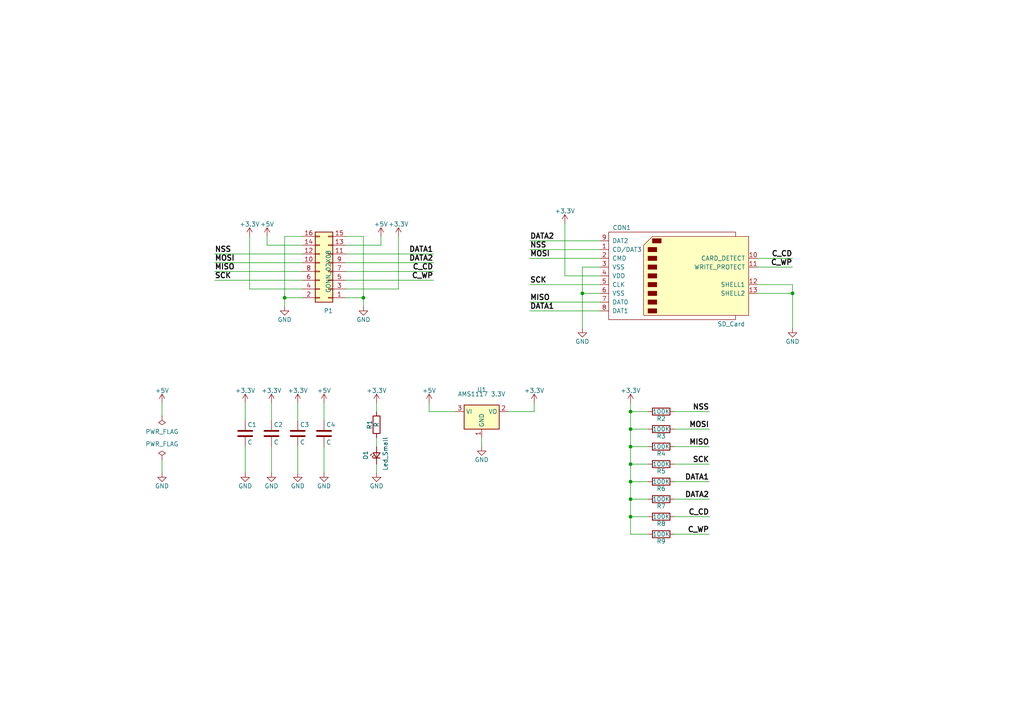
<source format=kicad_sch>
(kicad_sch (version 20230121) (generator eeschema)
  (paper "A4")
  (title_block (title "SD card breakout board") (comment 1 "Reverse-engineered from the board I bought") (comment 2 "Labelled 'FANTIN' on the silkscreen"))
  (lib_symbols
    (symbol "Connector:SD_Card" (pin_names (offset 1.016))
      (property "Reference" "J" (at -16.51 13.97 0))
      (property "Value" "SD_Card" (at 15.24 -13.97 0))
      (symbol "SD_Card_0_1"
        (rectangle (start -8.89 -9.525) (end -6.35 -10.795) (fill (type outline)))
        (rectangle (start -8.89 -6.985) (end -6.35 -8.255) (fill (type outline)))
        (rectangle (start -8.89 -4.445) (end -6.35 -5.715) (fill (type outline)))
        (rectangle (start -8.89 -1.905) (end -6.35 -3.175) (fill (type outline)))
        (rectangle (start -8.89 0.635) (end -6.35 -0.635) (fill (type outline)))
        (rectangle (start -8.89 3.175) (end -6.35 1.905) (fill (type outline)))
        (rectangle (start -8.89 5.715) (end -6.35 4.445) (fill (type outline)))
        (rectangle (start -8.89 8.255) (end -6.35 6.985) (fill (type outline)))
        (rectangle (start -7.62 10.795) (end -5.08 9.525) (fill (type outline)))
        (polyline (pts (xy -10.16 8.89) (xy -7.62 11.43) (xy 20.32 11.43) (xy 20.32 -11.43) (xy -10.16 -11.43) (xy -10.16 8.89)) (fill (type background)))
        (polyline (pts (xy 16.51 11.43) (xy 16.51 12.7) (xy -20.32 12.7) (xy -20.32 -12.7) (xy 16.51 -12.7) (xy 16.51 -11.43)))
      )
      (symbol "SD_Card_1_1"
        (pin input line (at -22.86 7.62 0) (length 2.54) (name "CD/DAT3") (number "1"))
        (pin input line (at 22.86 5.08 180) (length 2.54) (name "CARD_DETECT") (number "10"))
        (pin input line (at 22.86 2.54 180) (length 2.54) (name "WRITE_PROTECT") (number "11"))
        (pin input line (at 22.86 -2.54 180) (length 2.54) (name "SHELL1") (number "12"))
        (pin input line (at 22.86 -5.08 180) (length 2.54) (name "SHELL2") (number "13"))
        (pin input line (at -22.86 5.08 0) (length 2.54) (name "CMD") (number "2"))
        (pin power_in line (at -22.86 2.54 0) (length 2.54) (name "VSS") (number "3"))
        (pin power_in line (at -22.86 0 0) (length 2.54) (name "VDD") (number "4"))
        (pin input line (at -22.86 -2.54 0) (length 2.54) (name "CLK") (number "5"))
        (pin power_in line (at -22.86 -5.08 0) (length 2.54) (name "VSS") (number "6"))
        (pin input line (at -22.86 -7.62 0) (length 2.54) (name "DAT0") (number "7"))
        (pin input line (at -22.86 -10.16 0) (length 2.54) (name "DAT1") (number "8"))
        (pin input line (at -22.86 10.16 0) (length 2.54) (name "DAT2") (number "9"))
      )
    )
    (symbol "Connector_Generic:Conn_02x08_Odd_Even" (pin_names (offset 1.016) hide)
      (property "Reference" "J" (at 1.27 10.16 0))
      (property "Value" "Conn_02x08_Odd_Even" (at 1.27 -12.7 0))
      (symbol "Conn_02x08_Odd_Even_1_1"
        (rectangle (start -1.27 -10.033) (end 0 -10.287) (stroke (width 0.1524)))
        (rectangle (start -1.27 -7.493) (end 0 -7.747) (stroke (width 0.1524)))
        (rectangle (start -1.27 -4.953) (end 0 -5.207) (stroke (width 0.1524)))
        (rectangle (start -1.27 -2.413) (end 0 -2.667) (stroke (width 0.1524)))
        (rectangle (start -1.27 0.127) (end 0 -0.127) (stroke (width 0.1524)))
        (rectangle (start -1.27 2.667) (end 0 2.413) (stroke (width 0.1524)))
        (rectangle (start -1.27 5.207) (end 0 4.953) (stroke (width 0.1524)))
        (rectangle (start -1.27 7.747) (end 0 7.493) (stroke (width 0.1524)))
        (rectangle (start -1.27 8.89) (end 3.81 -11.43) (stroke (width 0.254)) (fill (type background)))
        (rectangle (start 3.81 -10.033) (end 2.54 -10.287) (stroke (width 0.1524)))
        (rectangle (start 3.81 -7.493) (end 2.54 -7.747) (stroke (width 0.1524)))
        (rectangle (start 3.81 -4.953) (end 2.54 -5.207) (stroke (width 0.1524)))
        (rectangle (start 3.81 -2.413) (end 2.54 -2.667) (stroke (width 0.1524)))
        (rectangle (start 3.81 0.127) (end 2.54 -0.127) (stroke (width 0.1524)))
        (rectangle (start 3.81 2.667) (end 2.54 2.413) (stroke (width 0.1524)))
        (rectangle (start 3.81 5.207) (end 2.54 4.953) (stroke (width 0.1524)))
        (rectangle (start 3.81 7.747) (end 2.54 7.493) (stroke (width 0.1524)))
        (pin passive line (at -5.08 7.62 0) (length 3.81) (name "Pin_1") (number "1"))
        (pin passive line (at 7.62 -2.54 180) (length 3.81) (name "Pin_10") (number "10"))
        (pin passive line (at -5.08 -5.08 0) (length 3.81) (name "Pin_11") (number "11"))
        (pin passive line (at 7.62 -5.08 180) (length 3.81) (name "Pin_12") (number "12"))
        (pin passive line (at -5.08 -7.62 0) (length 3.81) (name "Pin_13") (number "13"))
        (pin passive line (at 7.62 -7.62 180) (length 3.81) (name "Pin_14") (number "14"))
        (pin passive line (at -5.08 -10.16 0) (length 3.81) (name "Pin_15") (number "15"))
        (pin passive line (at 7.62 -10.16 180) (length 3.81) (name "Pin_16") (number "16"))
        (pin passive line (at 7.62 7.62 180) (length 3.81) (name "Pin_2") (number "2"))
        (pin passive line (at -5.08 5.08 0) (length 3.81) (name "Pin_3") (number "3"))
        (pin passive line (at 7.62 5.08 180) (length 3.81) (name "Pin_4") (number "4"))
        (pin passive line (at -5.08 2.54 0) (length 3.81) (name "Pin_5") (number "5"))
        (pin passive line (at 7.62 2.54 180) (length 3.81) (name "Pin_6") (number "6"))
        (pin passive line (at -5.08 0 0) (length 3.81) (name "Pin_7") (number "7"))
        (pin passive line (at 7.62 0 180) (length 3.81) (name "Pin_8") (number "8"))
        (pin passive line (at -5.08 -2.54 0) (length 3.81) (name "Pin_9") (number "9"))
      )
    )
    (symbol "Device:C" (pin_numbers hide) (pin_names (offset 0.254))
      (property "Reference" "C" (at 0.635 2.54 0))
      (property "Value" "C" (at 0.635 -2.54 0))
      (symbol "C_0_1"
        (polyline (pts (xy -2.032 -0.762) (xy 2.032 -0.762)) (stroke (width 0.508)))
        (polyline (pts (xy -2.032 0.762) (xy 2.032 0.762)) (stroke (width 0.508)))
      )
      (symbol "C_1_1"
        (pin passive line (at 0 3.81 270) (length 2.794) (name "~") (number "1"))
        (pin passive line (at 0 -3.81 90) (length 2.794) (name "~") (number "2"))
      )
    )
    (symbol "Device:LED_Small" (pin_numbers hide) (pin_names (offset 0.254) hide)
      (property "Reference" "D" (at -1.27 3.175 0))
      (property "Value" "LED_Small" (at -4.445 -2.54 0))
      (symbol "LED_Small_0_1"
        (polyline (pts (xy -0.762 -1.016) (xy -0.762 1.016)) (stroke (width 0.254)))
        (polyline (pts (xy 1.016 0) (xy -0.762 0)))
        (polyline (pts (xy 0.762 -1.016) (xy -0.762 0) (xy 0.762 1.016) (xy 0.762 -1.016)) (stroke (width 0.254)))
        (polyline (pts (xy 0 0.762) (xy -0.508 1.27) (xy -0.254 1.27) (xy -0.508 1.27) (xy -0.508 1.016)))
        (polyline (pts (xy 0.508 1.27) (xy 0 1.778) (xy 0.254 1.778) (xy 0 1.778) (xy 0 1.524)))
      )
      (symbol "LED_Small_1_1"
        (pin passive line (at -2.54 0 0) (length 1.778) (name "K") (number "1"))
        (pin passive line (at 2.54 0 180) (length 1.778) (name "A") (number "2"))
      )
    )
    (symbol "Device:R" (pin_numbers hide) (pin_names (offset 0))
      (property "Reference" "R" (at 2.032 0 90))
      (property "Value" "R" (at 0 0 90))
      (symbol "R_0_1"
        (rectangle (start -1.016 -2.54) (end 1.016 2.54) (stroke (width 0.254)))
      )
      (symbol "R_1_1"
        (pin passive line (at 0 3.81 270) (length 1.27) (name "~") (number "1"))
        (pin passive line (at 0 -3.81 90) (length 1.27) (name "~") (number "2"))
      )
    )
    (symbol "Regulator_Linear:LD1117S33TR_SOT223"
      (property "Reference" "U" (at -3.81 3.175 0))
      (property "Value" "LD1117S33TR_SOT223" (at 0 3.175 0))
      (symbol "LD1117S33TR_SOT223_0_1"
        (rectangle (start -5.08 -5.08) (end 5.08 1.905) (stroke (width 0.254)) (fill (type background)))
      )
      (symbol "LD1117S33TR_SOT223_1_1"
        (pin power_in line (at 0 -7.62 90) (length 2.54) (name "GND") (number "1"))
        (pin power_out line (at 7.62 0 180) (length 2.54) (name "VO") (number "2"))
        (pin power_in line (at -7.62 0 0) (length 2.54) (name "VI") (number "3"))
      )
    )
    (symbol "power:+3.3V" (power) (pin_names (offset 0))
      (property "Value" "+3.3V" (at 0 3.556 0))
      (symbol "+3.3V_0_1"
        (polyline (pts (xy -0.762 1.27) (xy 0 2.54)))
        (polyline (pts (xy 0 0) (xy 0 2.54)))
        (polyline (pts (xy 0 2.54) (xy 0.762 1.27)))
      )
      (symbol "+3.3V_1_1"
        (pin power_in line (at 0 0 90) (length 0) hide (name "+3.3V") (number "1"))
      )
    )
    (symbol "power:+5V" (power) (pin_names (offset 0))
      (property "Value" "+5V" (at 0 3.556 0))
      (symbol "+5V_0_1"
        (polyline (pts (xy -0.762 1.27) (xy 0 2.54)))
        (polyline (pts (xy 0 0) (xy 0 2.54)))
        (polyline (pts (xy 0 2.54) (xy 0.762 1.27)))
      )
      (symbol "+5V_1_1"
        (pin power_in line (at 0 0 90) (length 0) hide (name "+5V") (number "1"))
      )
    )
    (symbol "power:GND" (power) (pin_names (offset 0))
      (property "Value" "GND" (at 0 -3.81 0))
      (symbol "GND_0_1"
        (polyline (pts (xy 0 0) (xy 0 -1.27) (xy 1.27 -1.27) (xy 0 -2.54) (xy -1.27 -1.27) (xy 0 -1.27)))
      )
      (symbol "GND_1_1"
        (pin power_in line (at 0 0 270) (length 0) hide (name "GND") (number "1"))
      )
    )
    (symbol "power:PWR_FLAG" (power) (pin_numbers hide) (pin_names (offset 0) hide)
      (property "Value" "PWR_FLAG" (at 0 3.81 0))
      (symbol "PWR_FLAG_0_0"
        (pin power_out line (at 0 0 90) (length 0) (name "pwr") (number "1"))
      )
      (symbol "PWR_FLAG_0_1"
        (polyline (pts (xy 0 0) (xy 0 1.27) (xy -1.016 1.905) (xy 0 2.54) (xy 1.016 1.905) (xy 0 1.27)))
      )
    )
  )
  (junction (at 182.88 149.86))
  (junction (at 229.87 85.09))
  (junction (at 182.88 144.78))
  (junction (at 168.91 85.09))
  (junction (at 182.88 129.54))
  (junction (at 105.41 86.36))
  (junction (at 82.55 86.36))
  (junction (at 182.88 134.62))
  (junction (at 182.88 119.38))
  (junction (at 182.88 124.46))
  (junction (at 182.88 139.7))
  (wire (pts (xy 100.33 78.74) (xy 125.73 78.74)))
  (wire (pts (xy 100.33 86.36) (xy 105.41 86.36)))
  (wire (pts (xy 100.33 68.58) (xy 105.41 68.58)))
  (wire (pts (xy 173.99 82.55) (xy 153.67 82.55)))
  (wire (pts (xy 87.63 76.2) (xy 62.23 76.2)))
  (wire (pts (xy 173.99 80.01) (xy 163.83 80.01)))
  (wire (pts (xy 168.91 85.09) (xy 168.91 95.25)))
  (wire (pts (xy 82.55 86.36) (xy 82.55 88.9)))
  (wire (pts (xy 105.41 86.36) (xy 105.41 88.9)))
  (wire (pts (xy 182.88 119.38) (xy 187.96 119.38)))
  (wire (pts (xy 110.49 71.12) (xy 110.49 68.58)))
  (wire (pts (xy 82.55 68.58) (xy 82.55 86.36)))
  (wire (pts (xy 182.88 129.54) (xy 187.96 129.54)))
  (wire (pts (xy 173.99 72.39) (xy 153.67 72.39)))
  (wire (pts (xy 173.99 90.17) (xy 153.67 90.17)))
  (wire (pts (xy 229.87 85.09) (xy 229.87 95.25)))
  (wire (pts (xy 100.33 73.66) (xy 125.73 73.66)))
  (wire (pts (xy 46.99 120.65) (xy 46.99 116.84)))
  (wire (pts (xy 87.63 86.36) (xy 82.55 86.36)))
  (wire (pts (xy 163.83 80.01) (xy 163.83 64.77)))
  (wire (pts (xy 182.88 116.84) (xy 182.88 119.38)))
  (wire (pts (xy 229.87 85.09) (xy 219.71 85.09)))
  (wire (pts (xy 78.74 116.84) (xy 78.74 121.92)))
  (wire (pts (xy 124.46 116.84) (xy 124.46 119.38)))
  (wire (pts (xy 87.63 71.12) (xy 77.47 71.12)))
  (wire (pts (xy 173.99 69.85) (xy 153.67 69.85)))
  (wire (pts (xy 173.99 74.93) (xy 153.67 74.93)))
  (wire (pts (xy 182.88 149.86) (xy 182.88 154.94)))
  (wire (pts (xy 105.41 68.58) (xy 105.41 86.36)))
  (wire (pts (xy 195.58 119.38) (xy 205.74 119.38)))
  (wire (pts (xy 229.87 82.55) (xy 229.87 85.09)))
  (wire (pts (xy 100.33 83.82) (xy 115.57 83.82)))
  (wire (pts (xy 87.63 78.74) (xy 62.23 78.74)))
  (wire (pts (xy 71.12 116.84) (xy 71.12 121.92)))
  (wire (pts (xy 46.99 133.35) (xy 46.99 137.16)))
  (wire (pts (xy 87.63 83.82) (xy 72.39 83.82)))
  (wire (pts (xy 168.91 77.47) (xy 168.91 85.09)))
  (wire (pts (xy 182.88 154.94) (xy 187.96 154.94)))
  (wire (pts (xy 173.99 85.09) (xy 168.91 85.09)))
  (wire (pts (xy 195.58 124.46) (xy 205.74 124.46)))
  (wire (pts (xy 109.22 134.62) (xy 109.22 137.16)))
  (wire (pts (xy 124.46 119.38) (xy 132.08 119.38)))
  (wire (pts (xy 182.88 144.78) (xy 182.88 149.86)))
  (wire (pts (xy 182.88 149.86) (xy 187.96 149.86)))
  (wire (pts (xy 182.88 124.46) (xy 182.88 129.54)))
  (wire (pts (xy 219.71 82.55) (xy 229.87 82.55)))
  (wire (pts (xy 182.88 144.78) (xy 187.96 144.78)))
  (wire (pts (xy 78.74 129.54) (xy 78.74 137.16)))
  (wire (pts (xy 154.94 119.38) (xy 154.94 116.84)))
  (wire (pts (xy 109.22 127) (xy 109.22 129.54)))
  (wire (pts (xy 86.36 116.84) (xy 86.36 121.92)))
  (wire (pts (xy 71.12 129.54) (xy 71.12 137.16)))
  (wire (pts (xy 87.63 73.66) (xy 62.23 73.66)))
  (wire (pts (xy 195.58 129.54) (xy 205.74 129.54)))
  (wire (pts (xy 182.88 134.62) (xy 182.88 139.7)))
  (wire (pts (xy 86.36 129.54) (xy 86.36 137.16)))
  (wire (pts (xy 219.71 77.47) (xy 229.87 77.47)))
  (wire (pts (xy 93.98 129.54) (xy 93.98 137.16)))
  (wire (pts (xy 195.58 154.94) (xy 205.74 154.94)))
  (wire (pts (xy 173.99 87.63) (xy 153.67 87.63)))
  (wire (pts (xy 182.88 139.7) (xy 182.88 144.78)))
  (wire (pts (xy 87.63 68.58) (xy 82.55 68.58)))
  (wire (pts (xy 195.58 144.78) (xy 205.74 144.78)))
  (wire (pts (xy 195.58 149.86) (xy 205.74 149.86)))
  (wire (pts (xy 219.71 74.93) (xy 229.87 74.93)))
  (wire (pts (xy 182.88 119.38) (xy 182.88 124.46)))
  (wire (pts (xy 100.33 76.2) (xy 125.73 76.2)))
  (wire (pts (xy 100.33 81.28) (xy 125.73 81.28)))
  (wire (pts (xy 72.39 83.82) (xy 72.39 68.58)))
  (wire (pts (xy 182.88 124.46) (xy 187.96 124.46)))
  (wire (pts (xy 182.88 139.7) (xy 187.96 139.7)))
  (wire (pts (xy 195.58 139.7) (xy 205.74 139.7)))
  (wire (pts (xy 195.58 134.62) (xy 205.74 134.62)))
  (wire (pts (xy 93.98 116.84) (xy 93.98 121.92)))
  (wire (pts (xy 109.22 116.84) (xy 109.22 119.38)))
  (wire (pts (xy 182.88 129.54) (xy 182.88 134.62)))
  (wire (pts (xy 87.63 81.28) (xy 62.23 81.28)))
  (wire (pts (xy 139.7 127) (xy 139.7 129.54)))
  (wire (pts (xy 100.33 71.12) (xy 110.49 71.12)))
  (wire (pts (xy 77.47 71.12) (xy 77.47 68.58)))
  (wire (pts (xy 182.88 134.62) (xy 187.96 134.62)))
  (wire (pts (xy 147.32 119.38) (xy 154.94 119.38)))
  (wire (pts (xy 115.57 83.82) (xy 115.57 68.58)))
  (wire (pts (xy 173.99 77.47) (xy 168.91 77.47)))
  (label "C_CD" (at 205.74 149.86 180) (effects (font (size 1.524 1.524) (thickness 0.3048) bold)))
  (label "MOSI" (at 205.74 124.46 180) (effects (font (size 1.524 1.524) (thickness 0.3048) bold)))
  (label "C_WP" (at 205.74 154.94 180) (effects (font (size 1.524 1.524) (thickness 0.3048) bold)))
  (label "DATA1" (at 125.73 73.66 180) (effects (font (size 1.524 1.524) (thickness 0.3048) bold)))
  (label "NSS" (at 153.67 72.39 0) (effects (font (size 1.524 1.524) (thickness 0.3048) bold)))
  (label "C_WP" (at 229.87 77.47 180) (effects (font (size 1.524 1.524) (thickness 0.3048) bold)))
  (label "C_WP" (at 125.73 81.28 180) (effects (font (size 1.524 1.524) (thickness 0.3048) bold)))
  (label "C_CD" (at 229.87 74.93 180) (effects (font (size 1.524 1.524) (thickness 0.3048) bold)))
  (label "DATA1" (at 153.67 90.17 0) (effects (font (size 1.524 1.524) (thickness 0.3048) bold)))
  (label "SCK" (at 205.74 134.62 180) (effects (font (size 1.524 1.524) (thickness 0.3048) bold)))
  (label "DATA2" (at 205.74 144.78 180) (effects (font (size 1.524 1.524) (thickness 0.3048) bold)))
  (label "MOSI" (at 153.67 74.93 0) (effects (font (size 1.524 1.524) (thickness 0.3048) bold)))
  (label "MOSI" (at 62.23 76.2 0) (effects (font (size 1.524 1.524) (thickness 0.3048) bold)))
  (label "DATA1" (at 205.74 139.7 180) (effects (font (size 1.524 1.524) (thickness 0.3048) bold)))
  (label "C_CD" (at 125.73 78.74 180) (effects (font (size 1.524 1.524) (thickness 0.3048) bold)))
  (label "MISO" (at 62.23 78.74 0) (effects (font (size 1.524 1.524) (thickness 0.3048) bold)))
  (label "NSS" (at 62.23 73.66 0) (effects (font (size 1.524 1.524) (thickness 0.3048) bold)))
  (label "NSS" (at 205.74 119.38 180) (effects (font (size 1.524 1.524) (thickness 0.3048) bold)))
  (label "SCK" (at 153.67 82.55 0) (effects (font (size 1.524 1.524) (thickness 0.3048) bold)))
  (label "MISO" (at 153.67 87.63 0) (effects (font (size 1.524 1.524) (thickness 0.3048) bold)))
  (label "MISO" (at 205.74 129.54 180) (effects (font (size 1.524 1.524) (thickness 0.3048) bold)))
  (label "SCK" (at 62.23 81.28 0) (effects (font (size 1.524 1.524) (thickness 0.3048) bold)))
  (label "DATA2" (at 153.67 69.85 0) (effects (font (size 1.524 1.524) (thickness 0.3048) bold)))
  (label "DATA2" (at 125.73 76.2 180) (effects (font (size 1.524 1.524) (thickness 0.3048) bold)))
  (symbol (lib_id "Connector:SD_Card") (at 196.85 80.01 0) (unit 1)
    (property "Reference" "CON1" (at 180.34 66.04 0))
    (property "Value" "SD_Card" (at 212.09 93.98 0))
    (property "Footprint" "10067847-001" (effects hide))
    (property "Datasheet" "http://portal.fciconnect.com/Comergent//fci/drawing/10067847.pdf" (effects hide))
  )
  (symbol (lib_id "Connector_Generic:Conn_02x08_Odd_Even") (at 95.25 78.74 180) (unit 1)
    (property "Reference" "P1" (at 95.25 90.17 0))
    (property "Value" "CONN_02X08" (at 95.25 78.74 90))
  )
  (symbol (lib_id "power:GND") (at 105.41 88.9 0) (unit 1)
    (property "Reference" "#PWR01" (effects hide))
    (property "Value" "GND" (at 105.41 92.71 0))
  )
  (symbol (lib_id "power:GND") (at 82.55 88.9 0) (unit 1)
    (property "Reference" "#PWR02" (effects hide))
    (property "Value" "GND" (at 82.55 92.71 0))
  )
  (symbol (lib_id "power:GND") (at 168.91 95.25 0) (unit 1)
    (property "Reference" "#PWR03" (effects hide))
    (property "Value" "GND" (at 168.91 99.06 0))
  )
  (symbol (lib_id "power:+5V") (at 110.49 68.58 0) (unit 1)
    (property "Reference" "#PWR04" (effects hide))
    (property "Value" "+5V" (at 110.49 65.024 0))
  )
  (symbol (lib_id "power:+5V") (at 77.47 68.58 0) (unit 1)
    (property "Reference" "#PWR05" (effects hide))
    (property "Value" "+5V" (at 77.47 65.024 0))
  )
  (symbol (lib_id "power:+3.3V") (at 115.57 68.58 0) (unit 1)
    (property "Reference" "#PWR06" (effects hide))
    (property "Value" "+3.3V" (at 115.57 65.024 0))
  )
  (symbol (lib_id "power:+3.3V") (at 72.39 68.58 0) (unit 1)
    (property "Reference" "#PWR07" (effects hide))
    (property "Value" "+3.3V" (at 72.39 65.024 0))
  )
  (symbol (lib_id "power:+3.3V") (at 163.83 64.77 0) (unit 1)
    (property "Reference" "#PWR08" (effects hide))
    (property "Value" "+3.3V" (at 163.83 61.214 0))
  )
  (symbol (lib_id "power:GND") (at 229.87 95.25 0) (unit 1)
    (property "Reference" "#PWR09" (effects hide))
    (property "Value" "GND" (at 229.87 99.06 0))
  )
  (symbol (lib_id "Device:R") (at 191.77 154.94 270) (unit 1)
    (property "Reference" "R9" (at 191.77 156.972 90))
    (property "Value" "100K" (at 191.77 154.94 90))
  )
  (symbol (lib_id "Device:R") (at 191.77 149.86 270) (unit 1)
    (property "Reference" "R8" (at 191.77 151.892 90))
    (property "Value" "100K" (at 191.77 149.86 90))
  )
  (symbol (lib_id "Device:R") (at 191.77 144.78 270) (unit 1)
    (property "Reference" "R7" (at 191.77 146.812 90))
    (property "Value" "100K" (at 191.77 144.78 90))
  )
  (symbol (lib_id "Device:R") (at 191.77 139.7 270) (unit 1)
    (property "Reference" "R6" (at 191.77 141.732 90))
    (property "Value" "100K" (at 191.77 139.7 90))
  )
  (symbol (lib_id "Device:R") (at 191.77 134.62 270) (unit 1)
    (property "Reference" "R5" (at 191.77 136.652 90))
    (property "Value" "100K" (at 191.77 134.62 90))
  )
  (symbol (lib_id "Device:R") (at 191.77 129.54 270) (unit 1)
    (property "Reference" "R4" (at 191.77 131.572 90))
    (property "Value" "100K" (at 191.77 129.54 90))
  )
  (symbol (lib_id "Device:R") (at 191.77 124.46 270) (unit 1)
    (property "Reference" "R3" (at 191.77 126.492 90))
    (property "Value" "100K" (at 191.77 124.46 90))
  )
  (symbol (lib_id "Device:R") (at 191.77 119.38 270) (unit 1)
    (property "Reference" "R2" (at 191.77 121.412 90))
    (property "Value" "100K" (at 191.77 119.38 90))
  )
  (symbol (lib_id "power:+3.3V") (at 182.88 116.84 0) (unit 1)
    (property "Reference" "#PWR010" (effects hide))
    (property "Value" "+3.3V" (at 182.88 113.284 0))
  )
  (symbol (lib_id "Regulator_Linear:LD1117S33TR_SOT223") (at 139.7 119.38 0) (unit 1)
    (property "Reference" "U1" (at 139.7 113.03 0))
    (property "Value" "AMS1117 3.3V" (at 139.7 114.3 0))
    (property "Footprint" "Package_TO_SOT_SMD:SOT-223-3_TabPin2" (effects hide))
    (property "Datasheet" "http://www.st.com/st-web-ui/static/active/en/resource/technical/document/datasheet/CD00000544.pdf" (effects hide))
  )
  (symbol (lib_id "power:+3.3V") (at 154.94 116.84 0) (unit 1)
    (property "Reference" "#PWR011" (effects hide))
    (property "Value" "+3.3V" (at 154.94 113.284 0))
  )
  (symbol (lib_id "power:+5V") (at 124.46 116.84 0) (unit 1)
    (property "Reference" "#PWR012" (effects hide))
    (property "Value" "+5V" (at 124.46 113.284 0))
  )
  (symbol (lib_id "power:GND") (at 139.7 129.54 0) (unit 1)
    (property "Reference" "#PWR013" (effects hide))
    (property "Value" "GND" (at 139.7 133.35 0))
  )
  (symbol (lib_id "power:+3.3V") (at 109.22 116.84 0) (unit 1)
    (property "Reference" "#PWR014" (effects hide))
    (property "Value" "+3.3V" (at 109.22 113.284 0))
  )
  (symbol (lib_id "Device:R") (at 109.22 123.19 180) (unit 1)
    (property "Reference" "R1" (at 107.188 123.19 90))
    (property "Value" "R" (at 109.22 123.19 90))
  )
  (symbol (lib_id "Device:LED_Small") (at 109.22 132.08 90) (unit 1)
    (property "Reference" "D1" (at 106.045 133.35 0) (effects (justify left)))
    (property "Value" "Led_Small" (at 111.76 136.525 0) (effects (justify left)))
  )
  (symbol (lib_id "power:GND") (at 109.22 137.16 0) (unit 1)
    (property "Reference" "#PWR015" (effects hide))
    (property "Value" "GND" (at 109.22 140.97 0))
  )
  (symbol (lib_id "power:GND") (at 86.36 137.16 0) (unit 1)
    (property "Reference" "#PWR016" (effects hide))
    (property "Value" "GND" (at 86.36 140.97 0))
  )
  (symbol (lib_id "power:GND") (at 78.74 137.16 0) (unit 1)
    (property "Reference" "#PWR017" (effects hide))
    (property "Value" "GND" (at 78.74 140.97 0))
  )
  (symbol (lib_id "power:GND") (at 71.12 137.16 0) (unit 1)
    (property "Reference" "#PWR018" (effects hide))
    (property "Value" "GND" (at 71.12 140.97 0))
  )
  (symbol (lib_id "Device:C") (at 86.36 125.73 0) (unit 1)
    (property "Reference" "C3" (at 86.995 123.19 0) (effects (justify left)))
    (property "Value" "C" (at 86.995 128.27 0) (effects (justify left)))
  )
  (symbol (lib_id "Device:C") (at 78.74 125.73 0) (unit 1)
    (property "Reference" "C2" (at 79.375 123.19 0) (effects (justify left)))
    (property "Value" "C" (at 79.375 128.27 0) (effects (justify left)))
  )
  (symbol (lib_id "Device:C") (at 71.12 125.73 0) (unit 1)
    (property "Reference" "C1" (at 71.755 123.19 0) (effects (justify left)))
    (property "Value" "C" (at 71.755 128.27 0) (effects (justify left)))
  )
  (symbol (lib_id "Device:C") (at 93.98 125.73 0) (unit 1)
    (property "Reference" "C4" (at 94.615 123.19 0) (effects (justify left)))
    (property "Value" "C" (at 94.615 128.27 0) (effects (justify left)))
  )
  (symbol (lib_id "power:GND") (at 93.98 137.16 0) (unit 1)
    (property "Reference" "#PWR019" (effects hide))
    (property "Value" "GND" (at 93.98 140.97 0))
  )
  (symbol (lib_id "power:+5V") (at 93.98 116.84 0) (unit 1)
    (property "Reference" "#PWR020" (effects hide))
    (property "Value" "+5V" (at 93.98 113.284 0))
  )
  (symbol (lib_id "power:+3.3V") (at 86.36 116.84 0) (unit 1)
    (property "Reference" "#PWR021" (effects hide))
    (property "Value" "+3.3V" (at 86.36 113.284 0))
  )
  (symbol (lib_id "power:+3.3V") (at 78.74 116.84 0) (unit 1)
    (property "Reference" "#PWR022" (effects hide))
    (property "Value" "+3.3V" (at 78.74 113.284 0))
  )
  (symbol (lib_id "power:+3.3V") (at 71.12 116.84 0) (unit 1)
    (property "Reference" "#PWR023" (effects hide))
    (property "Value" "+3.3V" (at 71.12 113.284 0))
  )
  (symbol (lib_id "power:+5V") (at 46.99 116.84 0) (unit 1)
    (property "Reference" "#PWR024" (effects hide))
    (property "Value" "+5V" (at 46.99 113.284 0))
  )
  (symbol (lib_id "power:GND") (at 46.99 137.16 0) (unit 1)
    (property "Reference" "#PWR025" (effects hide))
    (property "Value" "GND" (at 46.99 140.97 0))
  )
  (symbol (lib_id "power:PWR_FLAG") (at 46.99 120.65 180) (unit 1)
    (property "Reference" "#FLG026" (effects hide))
    (property "Value" "PWR_FLAG" (at 46.99 125.222 0))
  )
  (symbol (lib_id "power:PWR_FLAG") (at 46.99 133.35 0) (unit 1)
    (property "Reference" "#FLG027" (effects hide))
    (property "Value" "PWR_FLAG" (at 46.99 128.778 0))
  )
)
</source>
